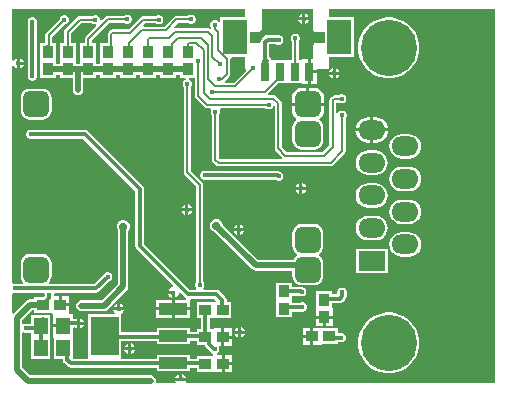
<source format=gbl>
G04*
G04 #@! TF.GenerationSoftware,Altium Limited,Altium Designer,21.9.2 (33)*
G04*
G04 Layer_Physical_Order=2*
G04 Layer_Color=16711680*
%FSLAX25Y25*%
%MOIN*%
G70*
G04*
G04 #@! TF.SameCoordinates,353233E6-1857-4CDD-983F-46C35F824410*
G04*
G04*
G04 #@! TF.FilePolarity,Positive*
G04*
G01*
G75*
%ADD13C,0.00787*%
%ADD15C,0.01181*%
%ADD19R,0.03937X0.03740*%
%ADD42C,0.01968*%
%ADD43C,0.01378*%
%ADD44O,0.09000X0.06500*%
%ADD45C,0.18740*%
%ADD46R,0.09000X0.06500*%
%ADD47C,0.01575*%
%ADD48C,0.02756*%
%ADD49R,0.03150X0.06299*%
%ADD50R,0.08268X0.11811*%
G04:AMPARAMS|DCode=51|XSize=86.61mil|YSize=86.61mil|CornerRadius=21.65mil|HoleSize=0mil|Usage=FLASHONLY|Rotation=0.000|XOffset=0mil|YOffset=0mil|HoleType=Round|Shape=RoundedRectangle|*
%AMROUNDEDRECTD51*
21,1,0.08661,0.04331,0,0,0.0*
21,1,0.04331,0.08661,0,0,0.0*
1,1,0.04331,0.02165,-0.02165*
1,1,0.04331,-0.02165,-0.02165*
1,1,0.04331,-0.02165,0.02165*
1,1,0.04331,0.02165,0.02165*
%
%ADD51ROUNDEDRECTD51*%
%ADD52R,0.03740X0.03937*%
%ADD53R,0.04724X0.05512*%
%ADD54R,0.09449X0.03937*%
%ADD55R,0.09449X0.12992*%
G36*
X42128Y146610D02*
X33876D01*
Y145359D01*
X33376Y145151D01*
X33092Y145435D01*
X32513Y145675D01*
X31887D01*
X31308Y145435D01*
X30865Y144992D01*
X30625Y144413D01*
Y143787D01*
X30865Y143208D01*
X30576Y142790D01*
X30496Y142756D01*
X30261Y142913D01*
X29800Y143004D01*
X29800Y143004D01*
X18814D01*
X18642Y143279D01*
X18597Y143493D01*
X19799Y144696D01*
X23077D01*
X23208Y144565D01*
X23787Y144325D01*
X24413D01*
X24992Y144565D01*
X25435Y145008D01*
X25675Y145587D01*
Y146213D01*
X25435Y146792D01*
X24992Y147235D01*
X24413Y147475D01*
X23787D01*
X23208Y147235D01*
X23077Y147104D01*
X19300D01*
X19300Y147104D01*
X18839Y147013D01*
X18449Y146751D01*
X15201Y143504D01*
X8414D01*
X8207Y144004D01*
X8799Y144596D01*
X12377D01*
X12508Y144465D01*
X13087Y144225D01*
X13713D01*
X14292Y144465D01*
X14735Y144908D01*
X14975Y145487D01*
Y146113D01*
X14735Y146692D01*
X14292Y147135D01*
X13713Y147375D01*
X13087D01*
X12508Y147135D01*
X12377Y147004D01*
X8300D01*
X8300Y147004D01*
X7839Y146913D01*
X7448Y146651D01*
X3401Y142604D01*
X-1939D01*
X-1939Y142604D01*
X-2400Y142513D01*
X-2790Y142252D01*
X-2790Y142252D01*
X-3252Y141790D01*
X-3513Y141400D01*
X-3604Y140939D01*
X-3604Y140939D01*
Y137909D01*
X-6172D01*
Y132503D01*
X-6172Y132397D01*
Y132003D01*
X-6172Y131897D01*
Y131054D01*
X-7485D01*
Y131897D01*
X-7485Y132003D01*
Y132397D01*
X-7485Y132503D01*
Y137909D01*
X-8939D01*
Y138858D01*
X-3101Y144696D01*
X1877D01*
X2008Y144565D01*
X2587Y144325D01*
X3213D01*
X3792Y144565D01*
X4235Y145008D01*
X4475Y145587D01*
Y146213D01*
X4235Y146792D01*
X3792Y147235D01*
X3213Y147475D01*
X2587D01*
X2008Y147235D01*
X1877Y147104D01*
X-3600D01*
X-3600Y147104D01*
X-4061Y147013D01*
X-4451Y146751D01*
X-5625Y145578D01*
X-6125Y145785D01*
Y146113D01*
X-6365Y146692D01*
X-6808Y147135D01*
X-7387Y147375D01*
X-8013D01*
X-8592Y147135D01*
X-8723Y147004D01*
X-13000D01*
X-13461Y146913D01*
X-13851Y146651D01*
X-13852Y146651D01*
X-17852Y142651D01*
X-18113Y142261D01*
X-18204Y141800D01*
X-18204Y141800D01*
Y137909D01*
X-19429D01*
Y132503D01*
X-19429Y132397D01*
Y132003D01*
X-19429Y131897D01*
Y131054D01*
X-20742D01*
Y131897D01*
X-20742Y132003D01*
Y132397D01*
X-20742Y132503D01*
Y137909D01*
X-22096D01*
Y140101D01*
X-17972Y144225D01*
X-17787D01*
X-17208Y144465D01*
X-16765Y144908D01*
X-16525Y145487D01*
Y146113D01*
X-16765Y146692D01*
X-17208Y147135D01*
X-17787Y147375D01*
X-18413D01*
X-18992Y147135D01*
X-19435Y146692D01*
X-19675Y146113D01*
Y145928D01*
X-24151Y141452D01*
X-24413Y141061D01*
X-24504Y140600D01*
X-24504Y140600D01*
Y137986D01*
X-24591Y137969D01*
X-24681Y137909D01*
X-26057D01*
Y132503D01*
X-26057Y132397D01*
Y132003D01*
X-26057Y131897D01*
Y126491D01*
X-20742D01*
Y127441D01*
X-19429D01*
Y126491D01*
X-15306D01*
Y122500D01*
X-15169Y121809D01*
X-14777Y121223D01*
X-14191Y120831D01*
X-13500Y120694D01*
X-12809Y120831D01*
X-12223Y121223D01*
X-11831Y121809D01*
X-11694Y122500D01*
Y126491D01*
X-7485D01*
Y127441D01*
X-6172D01*
Y126491D01*
X-857D01*
Y127441D01*
X457D01*
Y126491D01*
X5772D01*
Y127441D01*
X7085D01*
Y126491D01*
X12400D01*
Y127441D01*
X13714D01*
Y126491D01*
X19029D01*
Y127441D01*
X20342D01*
Y126491D01*
X22286D01*
X22385Y125991D01*
X22008Y125835D01*
X21565Y125392D01*
X21325Y124813D01*
Y124187D01*
X21565Y123608D01*
X21696Y123477D01*
Y94900D01*
X21696Y94900D01*
X21787Y94439D01*
X22049Y94049D01*
X25796Y90301D01*
Y58423D01*
X25665Y58292D01*
X25425Y57713D01*
Y57087D01*
X25665Y56508D01*
X25868Y56305D01*
X25660Y55805D01*
X23823D01*
X8605Y71023D01*
Y89400D01*
X8491Y89976D01*
X8164Y90464D01*
X-10036Y108664D01*
X-10524Y108991D01*
X-11100Y109105D01*
X-28719D01*
X-28887Y109175D01*
X-29513D01*
X-30092Y108935D01*
X-30535Y108492D01*
X-30775Y107913D01*
Y107287D01*
X-30535Y106708D01*
X-30092Y106265D01*
X-29513Y106025D01*
X-28887D01*
X-28719Y106095D01*
X-11723D01*
X5595Y88776D01*
Y70400D01*
X5709Y69824D01*
X6036Y69336D01*
X18284Y57087D01*
X18077Y56587D01*
X17844D01*
X17188Y56315D01*
X16685Y55813D01*
X16472Y55300D01*
X18200D01*
Y54800D01*
X18700D01*
Y53072D01*
X19212Y53285D01*
X19715Y53787D01*
X19987Y54444D01*
Y54677D01*
X20487Y54884D01*
X22136Y53236D01*
X22603Y52924D01*
X22610Y52886D01*
X22459Y52424D01*
X18717D01*
Y49955D01*
X23942D01*
Y52295D01*
X23942Y52424D01*
X24253Y52795D01*
X31977D01*
X32614Y52157D01*
X32407Y51657D01*
X32097Y51657D01*
X31703D01*
X31597Y51657D01*
X26191D01*
Y46343D01*
X27392D01*
Y42707D01*
X26091D01*
Y41730D01*
X23729D01*
Y43156D01*
X12706D01*
Y41705D01*
X10781D01*
X10613Y41775D01*
X9987D01*
X9819Y41705D01*
X895D01*
Y47683D01*
X1189Y48061D01*
X1515Y48388D01*
X1728Y48900D01*
X-1728D01*
X-1515Y48388D01*
X-1311Y48184D01*
X-1518Y47684D01*
X-10129D01*
Y33328D01*
X-10129Y33117D01*
X-10509Y32828D01*
X-12873D01*
X-12987Y32875D01*
X-13613D01*
X-13690Y32843D01*
X-15293D01*
Y39676D01*
X-15120Y40105D01*
X-15120Y40311D01*
Y43185D01*
X-14620Y43392D01*
X-14412Y43185D01*
X-13900Y42972D01*
Y44700D01*
Y46428D01*
X-14412Y46215D01*
X-14620Y46008D01*
X-15120Y46215D01*
Y47616D01*
X-16108D01*
X-16479Y47930D01*
X-16479Y48116D01*
Y50300D01*
X-19447D01*
Y50800D01*
X-19947D01*
Y53670D01*
X-21447D01*
X-21525Y53787D01*
Y54413D01*
X-21270Y54795D01*
X-7500D01*
X-6924Y54909D01*
X-6436Y55236D01*
X-2876Y58795D01*
X-2708Y58865D01*
X-2265Y59308D01*
X-2025Y59887D01*
Y60513D01*
X-2265Y61092D01*
X-2708Y61535D01*
X-3287Y61775D01*
X-3913D01*
X-4492Y61535D01*
X-4935Y61092D01*
X-5005Y60924D01*
X-8123Y57805D01*
X-23047D01*
X-23130Y58051D01*
X-23177Y58305D01*
X-22731Y58886D01*
X-22433Y59605D01*
X-22332Y60376D01*
Y64706D01*
X-22433Y65477D01*
X-22731Y66195D01*
X-23204Y66812D01*
X-23821Y67286D01*
X-24539Y67583D01*
X-25310Y67685D01*
X-29641D01*
X-30412Y67583D01*
X-31130Y67286D01*
X-31747Y66812D01*
X-32220Y66195D01*
X-32518Y65477D01*
X-32619Y64706D01*
Y60376D01*
X-32518Y59605D01*
X-32220Y58886D01*
X-31774Y58305D01*
X-31821Y58051D01*
X-31905Y57805D01*
X-33919D01*
X-34087Y57875D01*
X-34713D01*
X-34994Y57759D01*
X-35494Y58087D01*
X-35494Y130377D01*
X-34994Y130477D01*
X-34915Y130288D01*
X-34413Y129785D01*
X-33900Y129572D01*
Y131300D01*
Y133028D01*
X-34413Y132815D01*
X-34915Y132313D01*
X-34994Y132123D01*
X-35494Y132223D01*
Y149494D01*
X42128D01*
Y146610D01*
D02*
G37*
G36*
X-8592Y144465D02*
X-8013Y144225D01*
X-7685D01*
X-7478Y143725D01*
X-10994Y140209D01*
X-11255Y139818D01*
X-11347Y139357D01*
X-11347Y139357D01*
Y137909D01*
X-12800D01*
Y132503D01*
X-12800Y132397D01*
Y132003D01*
X-12800Y131897D01*
Y131054D01*
X-14114D01*
Y131897D01*
X-14114Y132003D01*
Y132397D01*
X-14114Y132503D01*
Y137909D01*
X-15796D01*
Y141301D01*
X-12501Y144596D01*
X-8723D01*
X-8592Y144465D01*
D02*
G37*
G36*
X125494Y24706D02*
X22682D01*
X22347Y25206D01*
X22428Y25400D01*
X18972D01*
X19053Y25206D01*
X18719Y24706D01*
X12856D01*
X12448Y25206D01*
X12506Y25500D01*
X12369Y26191D01*
X11977Y26777D01*
X11391Y27169D01*
X10700Y27306D01*
X-29552D01*
X-32194Y29948D01*
Y41359D01*
X-31694Y41567D01*
X-31692Y41565D01*
X-31113Y41325D01*
X-30487D01*
X-30319Y41395D01*
X-29112D01*
Y40366D01*
X-29112Y40317D01*
X-29112D01*
X-29072Y39883D01*
X-29072D01*
Y32796D01*
X-22773D01*
Y39834D01*
X-22773Y39883D01*
X-22773D01*
X-22813Y40317D01*
X-22813D01*
Y47404D01*
X-24637D01*
X-25210Y47518D01*
X-25784Y47404D01*
X-29112D01*
Y44405D01*
X-30319D01*
X-30487Y44475D01*
X-31113D01*
X-31692Y44235D01*
X-31694Y44234D01*
X-32194Y44441D01*
Y45552D01*
X-28752Y48994D01*
X-28109D01*
Y48142D01*
X-22828D01*
X-22416Y47930D01*
D01*
X-21993Y47743D01*
X-21845Y47616D01*
X-21845Y47430D01*
Y44361D01*
X-18482D01*
Y43361D01*
X-21845D01*
X-21845Y40105D01*
X-21592Y39709D01*
X-21592Y39605D01*
Y32796D01*
X-18554D01*
Y32448D01*
X-18439Y31872D01*
X-18113Y31384D01*
X-17002Y30273D01*
X-16514Y29947D01*
X-15938Y29832D01*
X-13872D01*
X-13613Y29725D01*
X-12987D01*
X-12765Y29817D01*
X12706D01*
Y28589D01*
X23729D01*
Y29840D01*
X26191D01*
Y28442D01*
X31472Y28442D01*
X31884Y28230D01*
X32115Y28230D01*
X34353D01*
Y31100D01*
Y33970D01*
X32763D01*
X32663Y34470D01*
X32892Y34565D01*
X33335Y35008D01*
X33575Y35587D01*
Y36213D01*
X33382Y36680D01*
X33601Y37180D01*
X34253D01*
Y40050D01*
Y42920D01*
X31784D01*
Y42920D01*
X31372Y42707D01*
X30402D01*
Y46343D01*
X31597D01*
X31703Y46343D01*
X32097D01*
X32203Y46343D01*
X37609D01*
Y51657D01*
X36005D01*
Y52400D01*
X35891Y52976D01*
X35564Y53464D01*
X33664Y55364D01*
X33176Y55691D01*
X32600Y55805D01*
X28339D01*
X28132Y56305D01*
X28335Y56508D01*
X28575Y57087D01*
Y57713D01*
X28335Y58292D01*
X28204Y58423D01*
Y90800D01*
X28204Y90800D01*
X28113Y91261D01*
X27852Y91651D01*
X27852Y91651D01*
X24104Y95399D01*
Y123477D01*
X24235Y123608D01*
X24475Y124187D01*
Y124813D01*
X24235Y125392D01*
X23792Y125835D01*
X23415Y125991D01*
X23514Y126491D01*
X25396D01*
Y120500D01*
X25396Y120500D01*
X25487Y120039D01*
X25749Y119649D01*
X28749Y116648D01*
X28749Y116648D01*
X29139Y116387D01*
X29600Y116296D01*
X30615D01*
X30884Y115796D01*
X30725Y115413D01*
Y114787D01*
X30965Y114208D01*
X31096Y114077D01*
Y99200D01*
X31096Y99200D01*
X31187Y98739D01*
X31449Y98348D01*
X32548Y97249D01*
X32939Y96987D01*
X33400Y96896D01*
X33400Y96896D01*
X70700D01*
X70700Y96896D01*
X71161Y96987D01*
X71552Y97249D01*
X75352Y101049D01*
X75613Y101439D01*
X75704Y101900D01*
Y112877D01*
X75835Y113008D01*
X76075Y113587D01*
Y114213D01*
X75835Y114792D01*
X75392Y115235D01*
X74813Y115475D01*
X74187D01*
X73608Y115235D01*
X73165Y114792D01*
X73132Y114712D01*
X72632Y114812D01*
Y118162D01*
X73515D01*
X74087Y117925D01*
X74713D01*
X75292Y118165D01*
X75735Y118608D01*
X75975Y119187D01*
Y119813D01*
X75735Y120392D01*
X75292Y120835D01*
X74713Y121075D01*
X74087D01*
X73508Y120835D01*
X73244Y120571D01*
X71889D01*
X71889Y120571D01*
X71428Y120479D01*
X71037Y120218D01*
X71037Y120218D01*
X70576Y119757D01*
X70315Y119366D01*
X70223Y118905D01*
X70223Y118905D01*
Y104026D01*
X67901Y101704D01*
X56099D01*
X54404Y103399D01*
Y117900D01*
X54313Y118361D01*
X54052Y118752D01*
X52451Y120352D01*
X52061Y120613D01*
X51600Y120704D01*
X51600Y120704D01*
X50114D01*
X49907Y121204D01*
X53266Y124563D01*
X56120D01*
Y124563D01*
X56317D01*
Y124563D01*
X61025D01*
Y124350D01*
X63100D01*
Y128500D01*
Y132650D01*
X61025D01*
Y132437D01*
X60104D01*
Y138577D01*
X60235Y138708D01*
X60475Y139287D01*
Y139913D01*
X60235Y140492D01*
X59792Y140935D01*
X59213Y141175D01*
X58587D01*
X58008Y140935D01*
X57565Y140492D01*
X57325Y139913D01*
Y139287D01*
X57565Y138708D01*
X57696Y138577D01*
Y132437D01*
X56317D01*
Y132437D01*
X56120D01*
Y132437D01*
X51698D01*
X51395Y132437D01*
Y132437D01*
X51198D01*
X50740Y132536D01*
X50669Y132891D01*
X50305Y133435D01*
Y137677D01*
X50323Y137695D01*
X52115D01*
X52186Y137647D01*
X52762Y137532D01*
X52828D01*
X53087Y137425D01*
X53713D01*
X54292Y137665D01*
X54735Y138108D01*
X54975Y138687D01*
Y139313D01*
X54735Y139892D01*
X54292Y140335D01*
X53713Y140575D01*
X53200D01*
X53176Y140591D01*
X52600Y140705D01*
X49700D01*
X49124Y140591D01*
X48636Y140264D01*
X47736Y139364D01*
X47409Y138876D01*
X47308Y138370D01*
X47218Y138240D01*
X46868Y137964D01*
X43718D01*
Y141870D01*
X46868D01*
X47175Y141931D01*
X47435Y142105D01*
X47609Y142366D01*
X47671Y142673D01*
Y149494D01*
X64766D01*
Y142673D01*
X64827Y142366D01*
X65001Y142105D01*
X65261Y141931D01*
X65569Y141870D01*
X68718D01*
Y137964D01*
X65569D01*
X65261Y137903D01*
X65001Y137729D01*
X64827Y137469D01*
X64766Y137161D01*
Y132650D01*
X64100D01*
Y129000D01*
X66175D01*
Y129272D01*
X69506D01*
X69813Y129333D01*
X70073Y129507D01*
X70247Y129768D01*
X70308Y130075D01*
Y133224D01*
X78561D01*
Y146610D01*
X70308D01*
Y149494D01*
X125494D01*
X125494Y24706D01*
D02*
G37*
G36*
X42128Y130075D02*
X42189Y129768D01*
X42363Y129507D01*
X42383Y129493D01*
X42486Y128889D01*
X38401Y124804D01*
X35561D01*
X35408Y125282D01*
X35407Y125304D01*
X36952Y126848D01*
X36952Y126848D01*
X37213Y127239D01*
X37304Y127700D01*
X37304Y127700D01*
Y132660D01*
X37304Y132660D01*
X37291Y132724D01*
X37699Y133224D01*
X42128D01*
Y130075D01*
D02*
G37*
G36*
X51996Y116896D02*
Y102900D01*
X51996Y102900D01*
X52087Y102439D01*
X52349Y102049D01*
X54593Y99804D01*
X54386Y99304D01*
X33899D01*
X33504Y99699D01*
Y114077D01*
X33635Y114208D01*
X33875Y114787D01*
Y115413D01*
X33716Y115796D01*
X33985Y116296D01*
X48977D01*
X49108Y116165D01*
X49687Y115925D01*
X50313D01*
X50892Y116165D01*
X51335Y116608D01*
X51496Y116996D01*
X51996Y116896D01*
D02*
G37*
G36*
X-34713Y54725D02*
X-34087D01*
X-33919Y54795D01*
X-24930D01*
X-24675Y54413D01*
Y53787D01*
X-25044Y53457D01*
X-28109D01*
Y52606D01*
X-29500D01*
X-30191Y52469D01*
X-30777Y52077D01*
X-34994Y47861D01*
X-35494Y48068D01*
Y54513D01*
X-34994Y54841D01*
X-34713Y54725D01*
D02*
G37*
G36*
X26091Y37393D02*
X28697D01*
X28736Y37197D01*
X29062Y36709D01*
X30595Y35176D01*
X30665Y35008D01*
X31108Y34565D01*
X31419Y34436D01*
X31504Y34362D01*
X31471Y33838D01*
X31388Y33757D01*
X26191D01*
Y32850D01*
X23729D01*
Y34101D01*
X12706D01*
Y32828D01*
X1275D01*
X895Y33117D01*
X895Y33328D01*
Y38695D01*
X9819D01*
X9987Y38625D01*
X10613D01*
X10781Y38695D01*
X12706D01*
Y37644D01*
X23729D01*
Y38720D01*
X26091D01*
Y37393D01*
D02*
G37*
%LPC*%
G36*
X-32900Y133028D02*
Y131800D01*
X-31672D01*
X-31885Y132313D01*
X-32388Y132815D01*
X-32900Y133028D01*
D02*
G37*
G36*
X-31672Y130800D02*
X-32900D01*
Y129572D01*
X-32388Y129785D01*
X-31885Y130288D01*
X-31672Y130800D01*
D02*
G37*
G36*
X-28387Y146775D02*
X-29013D01*
X-29592Y146535D01*
X-30035Y146092D01*
X-30275Y145513D01*
Y144887D01*
X-30205Y144719D01*
Y127481D01*
X-30275Y127313D01*
Y126687D01*
X-30035Y126108D01*
X-29592Y125665D01*
X-29013Y125425D01*
X-28387D01*
X-27808Y125665D01*
X-27365Y126108D01*
X-27125Y126687D01*
Y127313D01*
X-27195Y127481D01*
Y144719D01*
X-27125Y144887D01*
Y145513D01*
X-27365Y146092D01*
X-27808Y146535D01*
X-28387Y146775D01*
D02*
G37*
G36*
X-25310Y122803D02*
X-29641D01*
X-30412Y122701D01*
X-31130Y122404D01*
X-31747Y121930D01*
X-32220Y121314D01*
X-32518Y120595D01*
X-32619Y119824D01*
Y115494D01*
X-32518Y114723D01*
X-32220Y114005D01*
X-31747Y113388D01*
X-31130Y112915D01*
X-30412Y112617D01*
X-29641Y112515D01*
X-25310D01*
X-24539Y112617D01*
X-23821Y112915D01*
X-23204Y113388D01*
X-22731Y114005D01*
X-22433Y114723D01*
X-22332Y115494D01*
Y119824D01*
X-22433Y120595D01*
X-22731Y121314D01*
X-23204Y121930D01*
X-23821Y122404D01*
X-24539Y122701D01*
X-25310Y122803D01*
D02*
G37*
G36*
X23300Y84228D02*
Y83000D01*
X24528D01*
X24315Y83513D01*
X23812Y84015D01*
X23300Y84228D01*
D02*
G37*
G36*
X22300D02*
X21788Y84015D01*
X21285Y83513D01*
X21072Y83000D01*
X22300D01*
Y84228D01*
D02*
G37*
G36*
X24528Y82000D02*
X23300D01*
Y80772D01*
X23812Y80985D01*
X24315Y81488D01*
X24528Y82000D01*
D02*
G37*
G36*
X22300D02*
X21072D01*
X21285Y81488D01*
X21788Y80985D01*
X22300Y80772D01*
Y82000D01*
D02*
G37*
G36*
X17700Y54300D02*
X16472D01*
X16685Y53787D01*
X17188Y53285D01*
X17700Y53072D01*
Y54300D01*
D02*
G37*
G36*
X-16479Y53670D02*
X-18947D01*
Y51300D01*
X-16479D01*
Y53670D01*
D02*
G37*
G36*
X17717Y52424D02*
X12493D01*
Y49955D01*
X17717D01*
Y52424D01*
D02*
G37*
G36*
X500Y51128D02*
Y49900D01*
X1728D01*
X1515Y50412D01*
X1013Y50915D01*
X500Y51128D01*
D02*
G37*
G36*
X-500D02*
X-1013Y50915D01*
X-1515Y50412D01*
X-1728Y49900D01*
X-500D01*
Y51128D01*
D02*
G37*
G36*
X1931Y78965D02*
X1069D01*
X273Y78636D01*
X-336Y78027D01*
X-665Y77231D01*
Y76369D01*
X-336Y75573D01*
X-306Y75544D01*
Y57648D01*
X-5648Y52306D01*
X-12400D01*
X-13091Y52169D01*
X-13677Y51777D01*
X-14069Y51191D01*
X-14206Y50500D01*
X-14069Y49809D01*
X-13677Y49223D01*
X-13091Y48831D01*
X-12400Y48694D01*
X-4900D01*
X-4209Y48831D01*
X-3623Y49223D01*
X2777Y55623D01*
X3169Y56209D01*
X3306Y56900D01*
Y75544D01*
X3336Y75573D01*
X3665Y76369D01*
Y77231D01*
X3336Y78027D01*
X2727Y78636D01*
X1931Y78965D01*
D02*
G37*
G36*
X23942Y48955D02*
X18717D01*
Y46487D01*
X23942D01*
Y48955D01*
D02*
G37*
G36*
X17717D02*
X12493D01*
Y46487D01*
X17717D01*
Y48955D01*
D02*
G37*
G36*
X-12900Y46428D02*
Y45200D01*
X-11672D01*
X-11885Y45713D01*
X-12387Y46215D01*
X-12900Y46428D01*
D02*
G37*
G36*
X-11672Y44200D02*
X-12900D01*
Y42972D01*
X-12387Y43185D01*
X-11885Y43687D01*
X-11672Y44200D01*
D02*
G37*
G36*
X62200Y147828D02*
Y146600D01*
X63428D01*
X63215Y147113D01*
X62713Y147615D01*
X62200Y147828D01*
D02*
G37*
G36*
X61200D02*
X60688Y147615D01*
X60185Y147113D01*
X59972Y146600D01*
X61200D01*
Y147828D01*
D02*
G37*
G36*
X63428Y145600D02*
X62200D01*
Y144372D01*
X62713Y144585D01*
X63215Y145088D01*
X63428Y145600D01*
D02*
G37*
G36*
X61200D02*
X59972D01*
X60185Y145088D01*
X60688Y144585D01*
X61200Y144372D01*
Y145600D01*
D02*
G37*
G36*
X72400Y129728D02*
Y128500D01*
X73628D01*
X73415Y129013D01*
X72913Y129515D01*
X72400Y129728D01*
D02*
G37*
G36*
X71400D02*
X70888Y129515D01*
X70385Y129013D01*
X70172Y128500D01*
X71400D01*
Y129728D01*
D02*
G37*
G36*
X91010Y146609D02*
X89009D01*
X87047Y146218D01*
X85198Y145453D01*
X83534Y144341D01*
X82120Y142926D01*
X81008Y141263D01*
X80242Y139414D01*
X79852Y137452D01*
Y135451D01*
X80242Y133488D01*
X81008Y131640D01*
X82120Y129976D01*
X83534Y128561D01*
X85198Y127450D01*
X87047Y126684D01*
X89009Y126294D01*
X91010D01*
X92972Y126684D01*
X94821Y127450D01*
X96484Y128561D01*
X97899Y129976D01*
X99011Y131640D01*
X99777Y133488D01*
X100167Y135451D01*
Y137452D01*
X99777Y139414D01*
X99011Y141263D01*
X97899Y142926D01*
X96484Y144341D01*
X94821Y145453D01*
X92972Y146218D01*
X91010Y146609D01*
D02*
G37*
G36*
X73628Y127500D02*
X72400D01*
Y126272D01*
X72913Y126485D01*
X73415Y126988D01*
X73628Y127500D01*
D02*
G37*
G36*
X71400D02*
X70172D01*
X70385Y126988D01*
X70888Y126485D01*
X71400Y126272D01*
Y127500D01*
D02*
G37*
G36*
X66175Y128000D02*
X64100D01*
Y124350D01*
X66175D01*
Y128000D01*
D02*
G37*
G36*
X65241Y123017D02*
X63576D01*
Y118159D01*
X68434D01*
Y119824D01*
X68325Y120651D01*
X68006Y121421D01*
X67498Y122082D01*
X66837Y122589D01*
X66067Y122908D01*
X65241Y123017D01*
D02*
G37*
G36*
X62576D02*
X60910D01*
X60084Y122908D01*
X59314Y122589D01*
X58653Y122082D01*
X58145Y121421D01*
X57826Y120651D01*
X57718Y119824D01*
Y118159D01*
X62576D01*
Y123017D01*
D02*
G37*
G36*
X85669Y113356D02*
X84919D01*
Y109569D01*
X89890D01*
X89809Y110179D01*
X89381Y111213D01*
X88700Y112100D01*
X87812Y112782D01*
X86778Y113210D01*
X85669Y113356D01*
D02*
G37*
G36*
X83919D02*
X83169D01*
X82059Y113210D01*
X81025Y112782D01*
X80138Y112100D01*
X79456Y111213D01*
X79028Y110179D01*
X78948Y109569D01*
X83919D01*
Y113356D01*
D02*
G37*
G36*
X89890Y108569D02*
X84919D01*
Y104783D01*
X85669D01*
X86778Y104929D01*
X87812Y105357D01*
X88700Y106038D01*
X89381Y106926D01*
X89809Y107960D01*
X89890Y108569D01*
D02*
G37*
G36*
X83919D02*
X78948D01*
X79028Y107960D01*
X79456Y106926D01*
X80138Y106038D01*
X81025Y105357D01*
X82059Y104929D01*
X83169Y104783D01*
X83919D01*
Y108569D01*
D02*
G37*
G36*
X68434Y117159D02*
X57718D01*
Y115494D01*
X57826Y114667D01*
X58145Y113897D01*
X58653Y113236D01*
X59189Y112825D01*
X59194Y112815D01*
X59235Y112383D01*
X59201Y112234D01*
X58804Y111930D01*
X58331Y111313D01*
X58034Y110595D01*
X57932Y109824D01*
Y105494D01*
X58034Y104723D01*
X58331Y104005D01*
X58804Y103388D01*
X59421Y102915D01*
X60139Y102617D01*
X60910Y102515D01*
X65241D01*
X66012Y102617D01*
X66730Y102915D01*
X67347Y103388D01*
X67820Y104005D01*
X68118Y104723D01*
X68219Y105494D01*
Y109824D01*
X68118Y110595D01*
X67820Y111313D01*
X67347Y111930D01*
X66951Y112234D01*
X66916Y112383D01*
X66957Y112815D01*
X66962Y112825D01*
X67498Y113236D01*
X68006Y113897D01*
X68325Y114667D01*
X68434Y115494D01*
Y117159D01*
D02*
G37*
G36*
X96850Y107689D02*
X94350D01*
X93296Y107550D01*
X92314Y107143D01*
X91470Y106496D01*
X90823Y105653D01*
X90417Y104671D01*
X90278Y103617D01*
X90417Y102563D01*
X90823Y101581D01*
X91470Y100737D01*
X92314Y100090D01*
X93296Y99683D01*
X94350Y99544D01*
X96850D01*
X97904Y99683D01*
X98886Y100090D01*
X99730Y100737D01*
X100377Y101581D01*
X100784Y102563D01*
X100922Y103617D01*
X100784Y104671D01*
X100377Y105653D01*
X99730Y106496D01*
X98886Y107143D01*
X97904Y107550D01*
X96850Y107689D01*
D02*
G37*
G36*
X85669Y102236D02*
X83169D01*
X82115Y102097D01*
X81133Y101690D01*
X80289Y101043D01*
X79642Y100200D01*
X79235Y99218D01*
X79097Y98164D01*
X79235Y97110D01*
X79642Y96128D01*
X80289Y95284D01*
X81133Y94637D01*
X82115Y94230D01*
X83169Y94092D01*
X85669D01*
X86723Y94230D01*
X87705Y94637D01*
X88548Y95284D01*
X89196Y96128D01*
X89602Y97110D01*
X89741Y98164D01*
X89602Y99218D01*
X89196Y100200D01*
X88548Y101043D01*
X87705Y101690D01*
X86723Y102097D01*
X85669Y102236D01*
D02*
G37*
G36*
X29013Y95475D02*
X28387D01*
X27808Y95235D01*
X27365Y94792D01*
X27125Y94213D01*
Y93587D01*
X27365Y93008D01*
X27808Y92565D01*
X28387Y92325D01*
X29013D01*
X29181Y92395D01*
X52378D01*
X52508Y92265D01*
X53087Y92025D01*
X53713D01*
X54292Y92265D01*
X54735Y92708D01*
X54975Y93287D01*
Y93913D01*
X54735Y94492D01*
X54292Y94935D01*
X53932Y95084D01*
X53623Y95291D01*
X53047Y95405D01*
X29181D01*
X29013Y95475D01*
D02*
G37*
G36*
X61300Y91328D02*
Y90100D01*
X62528D01*
X62315Y90613D01*
X61813Y91115D01*
X61300Y91328D01*
D02*
G37*
G36*
X60300D02*
X59787Y91115D01*
X59285Y90613D01*
X59072Y90100D01*
X60300D01*
Y91328D01*
D02*
G37*
G36*
X96850Y96783D02*
X94350D01*
X93296Y96645D01*
X92314Y96238D01*
X91470Y95591D01*
X90823Y94747D01*
X90417Y93765D01*
X90278Y92711D01*
X90417Y91657D01*
X90823Y90675D01*
X91470Y89832D01*
X92314Y89184D01*
X93296Y88778D01*
X94350Y88639D01*
X96850D01*
X97904Y88778D01*
X98886Y89184D01*
X99730Y89832D01*
X100377Y90675D01*
X100784Y91657D01*
X100922Y92711D01*
X100784Y93765D01*
X100377Y94747D01*
X99730Y95591D01*
X98886Y96238D01*
X97904Y96645D01*
X96850Y96783D01*
D02*
G37*
G36*
X62528Y89100D02*
X61300D01*
Y87872D01*
X61813Y88085D01*
X62315Y88587D01*
X62528Y89100D01*
D02*
G37*
G36*
X60300D02*
X59072D01*
X59285Y88587D01*
X59787Y88085D01*
X60300Y87872D01*
Y89100D01*
D02*
G37*
G36*
X85669Y91330D02*
X83169D01*
X82115Y91192D01*
X81133Y90785D01*
X80289Y90138D01*
X79642Y89294D01*
X79235Y88312D01*
X79097Y87258D01*
X79235Y86204D01*
X79642Y85222D01*
X80289Y84379D01*
X81133Y83732D01*
X82115Y83325D01*
X83169Y83186D01*
X85669D01*
X86723Y83325D01*
X87705Y83732D01*
X88548Y84379D01*
X89196Y85222D01*
X89602Y86204D01*
X89741Y87258D01*
X89602Y88312D01*
X89196Y89294D01*
X88548Y90138D01*
X87705Y90785D01*
X86723Y91192D01*
X85669Y91330D01*
D02*
G37*
G36*
X96850Y85878D02*
X94350D01*
X93296Y85739D01*
X92314Y85332D01*
X91470Y84685D01*
X90823Y83842D01*
X90417Y82859D01*
X90278Y81805D01*
X90417Y80752D01*
X90823Y79769D01*
X91470Y78926D01*
X92314Y78279D01*
X93296Y77872D01*
X94350Y77733D01*
X96850D01*
X97904Y77872D01*
X98886Y78279D01*
X99730Y78926D01*
X100377Y79769D01*
X100784Y80752D01*
X100922Y81805D01*
X100784Y82859D01*
X100377Y83842D01*
X99730Y84685D01*
X98886Y85332D01*
X97904Y85739D01*
X96850Y85878D01*
D02*
G37*
G36*
X40600Y77528D02*
Y76300D01*
X41828D01*
X41615Y76812D01*
X41113Y77315D01*
X40600Y77528D01*
D02*
G37*
G36*
X39600D02*
X39088Y77315D01*
X38585Y76812D01*
X38372Y76300D01*
X39600D01*
Y77528D01*
D02*
G37*
G36*
X41828Y75300D02*
X40600D01*
Y74072D01*
X41113Y74285D01*
X41615Y74787D01*
X41828Y75300D01*
D02*
G37*
G36*
X39600D02*
X38372D01*
X38585Y74787D01*
X39088Y74285D01*
X39600Y74072D01*
Y75300D01*
D02*
G37*
G36*
X85669Y80425D02*
X83169D01*
X82115Y80286D01*
X81133Y79879D01*
X80289Y79232D01*
X79642Y78389D01*
X79235Y77407D01*
X79097Y76353D01*
X79235Y75299D01*
X79642Y74317D01*
X80289Y73473D01*
X81133Y72826D01*
X82115Y72419D01*
X83169Y72281D01*
X85669D01*
X86723Y72419D01*
X87705Y72826D01*
X88548Y73473D01*
X89196Y74317D01*
X89602Y75299D01*
X89741Y76353D01*
X89602Y77407D01*
X89196Y78389D01*
X88548Y79232D01*
X87705Y79879D01*
X86723Y80286D01*
X85669Y80425D01*
D02*
G37*
G36*
X96850Y74972D02*
X94350D01*
X93296Y74834D01*
X92314Y74427D01*
X91470Y73779D01*
X90823Y72936D01*
X90417Y71954D01*
X90278Y70900D01*
X90417Y69846D01*
X90823Y68864D01*
X91470Y68020D01*
X92314Y67373D01*
X93296Y66966D01*
X94350Y66828D01*
X96850D01*
X97904Y66966D01*
X98886Y67373D01*
X99730Y68020D01*
X100377Y68864D01*
X100784Y69846D01*
X100922Y70900D01*
X100784Y71954D01*
X100377Y72936D01*
X99730Y73779D01*
X98886Y74427D01*
X97904Y74834D01*
X96850Y74972D01*
D02*
G37*
G36*
X89706Y69485D02*
X79131D01*
Y61410D01*
X89706D01*
Y69485D01*
D02*
G37*
G36*
X33031Y79265D02*
X32169D01*
X31373Y78936D01*
X30764Y78327D01*
X30435Y77531D01*
Y76669D01*
X30764Y75873D01*
X31373Y75264D01*
X32169Y74935D01*
X32211D01*
X44423Y62723D01*
X45009Y62331D01*
X45700Y62194D01*
X57932D01*
Y60376D01*
X58034Y59605D01*
X58331Y58886D01*
X58804Y58270D01*
X59421Y57796D01*
X60139Y57499D01*
X60910Y57397D01*
X65241D01*
X66012Y57499D01*
X66730Y57796D01*
X67347Y58270D01*
X67820Y58886D01*
X68118Y59605D01*
X68219Y60376D01*
Y64706D01*
X68118Y65477D01*
X67820Y66195D01*
X67347Y66812D01*
X66756Y67266D01*
X66717Y67535D01*
Y67547D01*
X66756Y67816D01*
X67347Y68270D01*
X67820Y68887D01*
X68118Y69605D01*
X68219Y70376D01*
Y74706D01*
X68118Y75477D01*
X67820Y76195D01*
X67347Y76812D01*
X66730Y77285D01*
X66012Y77583D01*
X65241Y77684D01*
X60910D01*
X60139Y77583D01*
X59421Y77285D01*
X58804Y76812D01*
X58331Y76195D01*
X58034Y75477D01*
X57932Y74706D01*
Y70376D01*
X58034Y69605D01*
X58331Y68887D01*
X58804Y68270D01*
X59395Y67816D01*
X59434Y67547D01*
Y67535D01*
X59395Y67266D01*
X58804Y66812D01*
X58331Y66195D01*
X58170Y65806D01*
X46448D01*
X34765Y77489D01*
Y77531D01*
X34436Y78327D01*
X33827Y78936D01*
X33031Y79265D01*
D02*
G37*
G36*
X74813Y56475D02*
X74187D01*
X73608Y56235D01*
X73165Y55792D01*
X72925Y55213D01*
Y54587D01*
X72501Y54305D01*
X71258D01*
Y55309D01*
X65943D01*
X65943Y50028D01*
X65730Y49616D01*
X65730Y49385D01*
Y47147D01*
X68600D01*
X71470D01*
X71470Y49616D01*
X71258Y50028D01*
X71258Y51295D01*
X73693D01*
X74269Y51409D01*
X74757Y51736D01*
X75564Y52543D01*
X75891Y53031D01*
X76005Y53607D01*
Y54419D01*
X76075Y54587D01*
Y55213D01*
X75835Y55792D01*
X75392Y56235D01*
X74813Y56475D01*
D02*
G37*
G36*
X57657Y58009D02*
X52342D01*
Y52603D01*
X52342Y52497D01*
Y52103D01*
X52342Y51997D01*
Y46591D01*
X57657D01*
Y48495D01*
X60719D01*
X60887Y48425D01*
X61513D01*
X62092Y48665D01*
X62535Y49108D01*
X62775Y49687D01*
Y50313D01*
X62535Y50892D01*
X62092Y51335D01*
X61513Y51575D01*
X60887D01*
X60719Y51505D01*
X57678D01*
X57657Y52005D01*
X57657Y52103D01*
Y52497D01*
X57657Y52603D01*
Y53721D01*
X60455D01*
X60687Y53625D01*
X61313D01*
X61892Y53865D01*
X62335Y54308D01*
X62575Y54887D01*
Y55513D01*
X62335Y56092D01*
X61892Y56535D01*
X61313Y56775D01*
X60687D01*
X60583Y56732D01*
X57657D01*
Y58009D01*
D02*
G37*
G36*
X71470Y46147D02*
X69100D01*
Y43679D01*
X71470D01*
Y46147D01*
D02*
G37*
G36*
X68100D02*
X65730D01*
Y43679D01*
X68100D01*
Y46147D01*
D02*
G37*
G36*
X40900Y43428D02*
Y42200D01*
X42128D01*
X41915Y42713D01*
X41412Y43215D01*
X40900Y43428D01*
D02*
G37*
G36*
X39900D02*
X39388Y43215D01*
X38885Y42713D01*
X38672Y42200D01*
X39900D01*
Y43428D01*
D02*
G37*
G36*
X63847Y43170D02*
X61379D01*
Y40800D01*
X63847D01*
Y43170D01*
D02*
G37*
G36*
X37721Y42920D02*
X35253D01*
Y40550D01*
X37721D01*
Y42920D01*
D02*
G37*
G36*
X42128Y41200D02*
X40900D01*
Y39972D01*
X41412Y40185D01*
X41915Y40688D01*
X42128Y41200D01*
D02*
G37*
G36*
X39900D02*
X38672D01*
X38885Y40688D01*
X39388Y40185D01*
X39900Y39972D01*
Y41200D01*
D02*
G37*
G36*
X67316Y43170D02*
X67085Y43170D01*
X64847D01*
Y40300D01*
Y37430D01*
X67316Y37430D01*
X67728Y37642D01*
X67816Y37642D01*
X73009D01*
Y38332D01*
X73628D01*
X73887Y38225D01*
X74513D01*
X75092Y38465D01*
X75535Y38908D01*
X75775Y39487D01*
Y40113D01*
X75535Y40692D01*
X75092Y41135D01*
X74513Y41375D01*
X73887D01*
X73810Y41343D01*
X73009D01*
Y42957D01*
X67728Y42957D01*
X67316Y43170D01*
D02*
G37*
G36*
X63847Y39800D02*
X61379D01*
Y37430D01*
X63847D01*
Y39800D01*
D02*
G37*
G36*
X37721Y39550D02*
X35253D01*
Y37180D01*
X37721D01*
Y39550D01*
D02*
G37*
G36*
X37821Y33970D02*
X35353D01*
Y31600D01*
X37821D01*
Y33970D01*
D02*
G37*
G36*
Y30600D02*
X35353D01*
Y28230D01*
X37821D01*
Y30600D01*
D02*
G37*
G36*
X91010Y48223D02*
X89009D01*
X87047Y47833D01*
X85198Y47067D01*
X83534Y45955D01*
X82120Y44540D01*
X81008Y42877D01*
X80242Y41028D01*
X79852Y39066D01*
Y37065D01*
X80242Y35103D01*
X81008Y33254D01*
X82120Y31590D01*
X83534Y30176D01*
X85198Y29064D01*
X87047Y28298D01*
X89009Y27908D01*
X91010D01*
X92972Y28298D01*
X94821Y29064D01*
X96484Y30176D01*
X97899Y31590D01*
X99011Y33254D01*
X99777Y35103D01*
X100167Y37065D01*
Y39066D01*
X99777Y41028D01*
X99011Y42877D01*
X97899Y44540D01*
X96484Y45955D01*
X94821Y47067D01*
X92972Y47833D01*
X91010Y48223D01*
D02*
G37*
G36*
X21200Y27628D02*
Y26400D01*
X22428D01*
X22215Y26913D01*
X21712Y27415D01*
X21200Y27628D01*
D02*
G37*
G36*
X20200D02*
X19688Y27415D01*
X19185Y26913D01*
X18972Y26400D01*
X20200D01*
Y27628D01*
D02*
G37*
G36*
X4200Y37928D02*
Y36700D01*
X5428D01*
X5215Y37212D01*
X4713Y37715D01*
X4200Y37928D01*
D02*
G37*
G36*
X3200D02*
X2688Y37715D01*
X2185Y37212D01*
X1972Y36700D01*
X3200D01*
Y37928D01*
D02*
G37*
G36*
X5428Y35700D02*
X4200D01*
Y34472D01*
X4713Y34685D01*
X5215Y35188D01*
X5428Y35700D01*
D02*
G37*
G36*
X3200D02*
X1972D01*
X2185Y35188D01*
X2688Y34685D01*
X3200Y34472D01*
Y35700D01*
D02*
G37*
%LPD*%
D13*
X-10143Y135153D02*
Y139357D01*
X-3600Y145900D01*
X53200Y102900D02*
Y117900D01*
X55600Y100500D02*
X68400D01*
X53200Y102900D02*
X55600Y100500D01*
X71428Y103528D02*
Y118905D01*
X68400Y100500D02*
X71428Y103528D01*
X70700Y98100D02*
X74500Y101900D01*
Y113900D01*
X-23300Y136728D02*
Y140600D01*
X-18100Y145800D01*
X-17000Y135381D02*
Y141800D01*
X-13000Y145800D01*
X-7700D01*
X58900Y131391D02*
Y139600D01*
X58661Y131151D02*
X58900Y131391D01*
X26600Y120500D02*
X29600Y117500D01*
X26600Y120500D02*
Y132200D01*
X28400Y121500D02*
X30400Y119500D01*
X28400Y121500D02*
Y135600D01*
X25800Y138200D02*
X28400Y135600D01*
X27400Y139800D02*
X29900Y137300D01*
Y125900D02*
X32200Y123600D01*
X29900Y125900D02*
Y137300D01*
X34551Y126151D02*
X36100Y127700D01*
Y132660D01*
X33651Y126151D02*
X34551D01*
X33500Y126000D02*
X33651Y126151D01*
X31300Y133400D02*
X33700Y131000D01*
X31300Y133400D02*
Y140300D01*
X29800Y141800D02*
X31300Y140300D01*
X33400Y98100D02*
X70700D01*
X32300Y99200D02*
Y115100D01*
Y99200D02*
X33400Y98100D01*
X71889Y119366D02*
X74266D01*
X71428Y118905D02*
X71889Y119366D01*
X74266D02*
X74400Y119500D01*
X51600D02*
X53200Y117900D01*
X53739Y126739D02*
Y131151D01*
X31200Y121800D02*
X48800D01*
X53739Y126739D01*
X32200Y123600D02*
X38900D01*
X44900Y129600D01*
X19300Y145900D02*
X24100D01*
X15700Y142300D02*
X19300Y145900D01*
X30400Y119500D02*
X51600D01*
X8300Y145800D02*
X13400D01*
X3900Y141400D02*
X8300Y145800D01*
X-3600Y145900D02*
X2900D01*
X22900Y94900D02*
Y124500D01*
Y94900D02*
X27000Y90800D01*
Y57400D02*
Y90800D01*
X33087Y135673D02*
Y141813D01*
Y135673D02*
X36100Y132660D01*
X32200Y142700D02*
Y144100D01*
Y142700D02*
X33087Y141813D01*
X29600Y117500D02*
X50000D01*
X23561Y138200D02*
X25800D01*
X23100Y137739D02*
X23561Y138200D01*
X23100Y135253D02*
Y137739D01*
X23000Y135153D02*
X23100Y135253D01*
X19900Y139800D02*
X27400D01*
X17779Y136560D02*
Y137679D01*
X16371Y135153D02*
X17779Y136560D01*
Y137679D02*
X19900Y139800D01*
X18700Y141800D02*
X29800D01*
X9900Y139339D02*
X10361Y139800D01*
X16700D01*
X9900Y135310D02*
Y139339D01*
X16700Y139800D02*
X18700Y141800D01*
X9743Y135153D02*
X9900Y135310D01*
X3961Y138500D02*
X3961D01*
X7761Y142300D02*
X15700D01*
X3961Y138500D02*
X7761Y142300D01*
X3500Y138039D02*
X3961Y138500D01*
X3500Y136728D02*
Y138039D01*
X3828Y136400D02*
X4500D01*
X3500Y136728D02*
X3828Y136400D01*
X3253Y135153D02*
X4500Y136400D01*
X3114Y135153D02*
X3253D01*
X-2400Y140939D02*
X-1939Y141400D01*
X3900D01*
X-2400Y136500D02*
Y140939D01*
X-3514Y135386D02*
X-2400Y136500D01*
X-3514Y135153D02*
Y135386D01*
X-17000Y135381D02*
X-16771Y135153D01*
X-23900Y136300D02*
X-23728D01*
X-23300Y136728D01*
D15*
X-18482Y43861D02*
X-17643Y44700D01*
X-13400D01*
D19*
X64347Y40300D02*
D03*
X70253D02*
D03*
X-19447Y50800D02*
D03*
X-25353D02*
D03*
X34853Y31100D02*
D03*
X28947D02*
D03*
X34753Y40050D02*
D03*
X28847D02*
D03*
X34853Y49000D02*
D03*
X28947D02*
D03*
D42*
X-30300Y25500D02*
X10700D01*
X-34000Y29200D02*
X-30300Y25500D01*
X-34000Y29200D02*
Y46300D01*
X-29500Y50800D02*
X-25353D01*
X-34000Y46300D02*
X-29500Y50800D01*
X-16771Y129247D02*
X-13547D01*
X-23400D02*
X-16771D01*
X-4900Y50500D02*
X1500Y56900D01*
Y76800D01*
X-12400Y50500D02*
X-4900D01*
X32600Y77100D02*
X45700Y64000D01*
X63000D01*
X-13547Y129247D02*
X-10143D01*
X-13500Y122500D02*
Y129200D01*
X-13547Y129247D02*
X-13500Y129200D01*
X68747Y52553D02*
X69100Y52200D01*
X68600Y52553D02*
X68747D01*
X48818Y132018D02*
X49000Y132200D01*
X48818Y131151D02*
Y132018D01*
X-23900Y135653D02*
X-23400Y135153D01*
X-23900Y135653D02*
Y136300D01*
X16371Y129247D02*
X23000D01*
X9743D02*
X16371D01*
X3114D02*
X9743D01*
X-3514D02*
X3114D01*
X-10143D02*
X-3514D01*
D43*
X-11100Y107600D02*
X7100Y89400D01*
X-29200Y107600D02*
X-11100D01*
X-28700Y127000D02*
Y145200D01*
X7100Y70400D02*
Y89400D01*
Y70400D02*
X23200Y54300D01*
X-34400Y56300D02*
X-7500D01*
X-3600Y60200D01*
X-24073Y52127D02*
X-23138Y53062D01*
X-25400Y50800D02*
X-25254D01*
X-24073Y51981D01*
Y52127D01*
X-23138Y53062D02*
Y54009D01*
X-23102Y54045D01*
X-25900Y44636D02*
Y45000D01*
X-30800Y42900D02*
X-27636D01*
X-25900Y44636D01*
X-17048Y32448D02*
X-15938Y31338D01*
X-17048Y32448D02*
Y35548D01*
X-18300Y36800D02*
X-17048Y35548D01*
X-15938Y31338D02*
X-13338D01*
X63276Y63641D02*
Y63724D01*
X63000Y64000D02*
X63276Y63724D01*
X73693Y52800D02*
X74500Y53607D01*
Y54847D01*
X69781Y52800D02*
X73693D01*
X69100Y52200D02*
X69181D01*
X69781Y52800D01*
X53047Y93900D02*
X53347Y93600D01*
X28700Y93900D02*
X53047D01*
X53347Y93600D02*
X53400D01*
X55000Y49347D02*
X55653Y50000D01*
X61147D01*
X55100Y55200D02*
X55126Y55226D01*
X60974D01*
X61000Y55200D01*
X55047Y55253D02*
X55100Y55200D01*
X55000Y55253D02*
X55047D01*
X28847Y40050D02*
X28946D01*
X30127Y37773D02*
X31962Y35938D01*
X30127Y37773D02*
Y38869D01*
X28946Y40050D02*
X30127Y38869D01*
X-13338Y31338D02*
X-13300Y31300D01*
X-13278Y31322D01*
X18195D01*
X18217Y31345D01*
X28702D01*
X34363Y49490D02*
X34500Y49626D01*
X23200Y54300D02*
X32600D01*
X34500Y52400D01*
Y49626D02*
Y52400D01*
X34363Y49490D02*
X34853Y49000D01*
Y49000D02*
Y49000D01*
X70700Y39400D02*
X71138Y39838D01*
X74162D01*
X74200Y39800D01*
X70253Y39847D02*
X70700Y39400D01*
X70253Y39847D02*
Y40300D01*
X53362Y139038D02*
X53400Y139000D01*
X52762Y139038D02*
X53362D01*
X52600Y139200D02*
X52762Y139038D01*
X48800Y138300D02*
X49700Y139200D01*
X52600D01*
X48800Y132400D02*
Y138300D01*
Y132400D02*
X49000Y132200D01*
X-25823Y45400D02*
X-25210Y46013D01*
X28897Y40100D02*
Y47819D01*
X28847Y40050D02*
X28897Y40100D01*
X29178Y48100D02*
X29200D01*
X28897Y47819D02*
X29178Y48100D01*
X28947Y48353D02*
X29200Y48100D01*
X28947Y48353D02*
Y49000D01*
X-4617Y40400D02*
Y40617D01*
X-7200Y43200D02*
X-4617Y40617D01*
Y40400D02*
X-4417Y40200D01*
X10247D01*
X-25900Y37916D02*
X-25823Y37839D01*
X-25900Y37916D02*
Y45000D01*
X28702Y31345D02*
X28947Y31100D01*
X20425Y40225D02*
X28672D01*
X28847Y40050D01*
X19900Y39700D02*
X20425Y40225D01*
X19200Y40400D02*
X19900Y39700D01*
X18217Y40400D02*
X19200D01*
X18017Y40200D02*
X18217Y40400D01*
X10300Y40200D02*
X18017D01*
D44*
X95600Y81805D02*
D03*
Y103617D02*
D03*
X84419Y98164D02*
D03*
X95600Y92711D02*
D03*
X84419Y87258D02*
D03*
Y76353D02*
D03*
X95600Y70900D02*
D03*
X84419Y109069D02*
D03*
D45*
X90009Y38065D02*
D03*
Y136451D02*
D03*
D46*
X84419Y65447D02*
D03*
D47*
X10700Y25500D02*
D03*
X74500Y113900D02*
D03*
X58900Y139600D02*
D03*
X26600Y132200D02*
D03*
X33500Y126000D02*
D03*
X33700Y131000D02*
D03*
X-29200Y107600D02*
D03*
X-28700Y127000D02*
D03*
X-34400Y56300D02*
D03*
X-23100Y54100D02*
D03*
X-30800Y42900D02*
D03*
X-12400Y50500D02*
D03*
X-3600Y60200D02*
D03*
X-13500Y122500D02*
D03*
X74500Y54900D02*
D03*
X28700Y93900D02*
D03*
X53400Y93600D02*
D03*
X74400Y119500D02*
D03*
X18200Y54800D02*
D03*
X40100Y75800D02*
D03*
X61200Y50000D02*
D03*
X61000Y55200D02*
D03*
X24100Y145900D02*
D03*
X-18100Y145800D02*
D03*
X-13300Y31300D02*
D03*
X71900Y128000D02*
D03*
X60800Y89600D02*
D03*
X0Y49400D02*
D03*
X40400Y41700D02*
D03*
X20700Y25900D02*
D03*
X-13400Y44700D02*
D03*
X61700Y146100D02*
D03*
X-33400Y131300D02*
D03*
X3700Y36200D02*
D03*
X22800Y82500D02*
D03*
X13400Y145800D02*
D03*
X-7700D02*
D03*
X2900Y145900D02*
D03*
X27000Y57400D02*
D03*
X74200Y39800D02*
D03*
X53400Y139000D02*
D03*
X32200Y144100D02*
D03*
X31200Y121800D02*
D03*
X22900Y124500D02*
D03*
X44900Y129600D02*
D03*
X50000Y117500D02*
D03*
X32300Y115100D02*
D03*
X-28700Y145200D02*
D03*
X32000Y35900D02*
D03*
X10300Y40200D02*
D03*
D48*
X1500Y76800D02*
D03*
X32600Y77100D02*
D03*
D49*
X48836Y128500D02*
D03*
X53758D02*
D03*
X58679D02*
D03*
X63600D02*
D03*
D50*
X73639Y139917D02*
D03*
X38797D02*
D03*
D51*
X-27476Y62541D02*
D03*
X63076Y117659D02*
D03*
Y62541D02*
D03*
Y72541D02*
D03*
Y107659D02*
D03*
X-27476Y117659D02*
D03*
D52*
X55000Y49347D02*
D03*
Y55253D02*
D03*
X68600Y52553D02*
D03*
Y46647D02*
D03*
X-23400Y135153D02*
D03*
Y129247D02*
D03*
X-16771Y135153D02*
D03*
Y129247D02*
D03*
X-10143Y135153D02*
D03*
Y129247D02*
D03*
X-3514Y135153D02*
D03*
Y129247D02*
D03*
X3114Y135153D02*
D03*
Y129247D02*
D03*
X9743Y135153D02*
D03*
Y129247D02*
D03*
X16371Y135153D02*
D03*
Y129247D02*
D03*
X23000Y135153D02*
D03*
Y129247D02*
D03*
D53*
X-18442Y36339D02*
D03*
X-25923D02*
D03*
X-25963Y43861D02*
D03*
X-18482D02*
D03*
D54*
X18217Y49455D02*
D03*
Y40400D02*
D03*
Y31345D02*
D03*
D55*
X-4617Y40400D02*
D03*
M02*

</source>
